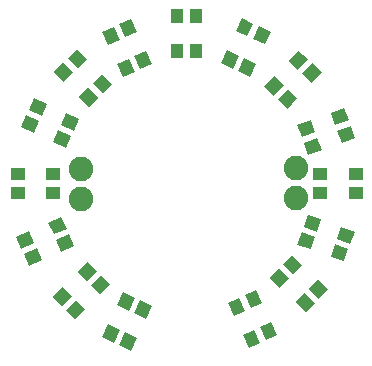
<source format=gbs>
G75*
%MOIN*%
%OFA0B0*%
%FSLAX24Y24*%
%IPPOS*%
%LPD*%
%AMOC8*
5,1,8,0,0,1.08239X$1,22.5*
%
%ADD10R,0.0474X0.0434*%
%ADD11R,0.0434X0.0474*%
%ADD12C,0.0820*%
D10*
G36*
X003163Y003298D02*
X002828Y002963D01*
X002521Y003270D01*
X002856Y003605D01*
X003163Y003298D01*
G37*
G36*
X003609Y002852D02*
X003274Y002517D01*
X002967Y002824D01*
X003302Y003159D01*
X003609Y002852D01*
G37*
G36*
X004444Y003688D02*
X004109Y003353D01*
X003802Y003660D01*
X004137Y003995D01*
X004444Y003688D01*
G37*
G36*
X005259Y003231D02*
X005059Y002802D01*
X004667Y002985D01*
X004867Y003414D01*
X005259Y003231D01*
G37*
G36*
X005829Y002964D02*
X005629Y002535D01*
X005237Y002718D01*
X005437Y003147D01*
X005829Y002964D01*
G37*
G36*
X005330Y001894D02*
X005130Y001465D01*
X004738Y001648D01*
X004938Y002077D01*
X005330Y001894D01*
G37*
G36*
X004759Y002160D02*
X004559Y001731D01*
X004167Y001914D01*
X004367Y002343D01*
X004759Y002160D01*
G37*
G36*
X003999Y004133D02*
X003664Y003798D01*
X003357Y004105D01*
X003692Y004440D01*
X003999Y004133D01*
G37*
G36*
X003250Y004960D02*
X002818Y004767D01*
X002642Y005162D01*
X003074Y005355D01*
X003250Y004960D01*
G37*
G36*
X002993Y005536D02*
X002561Y005343D01*
X002385Y005738D01*
X002817Y005931D01*
X002993Y005536D01*
G37*
G36*
X002171Y004480D02*
X001739Y004287D01*
X001563Y004682D01*
X001995Y004875D01*
X002171Y004480D01*
G37*
G36*
X001914Y005055D02*
X001482Y004862D01*
X001306Y005257D01*
X001738Y005450D01*
X001914Y005055D01*
G37*
X001372Y006731D03*
X001372Y007361D03*
X002554Y007361D03*
X002554Y006731D03*
G36*
X002968Y008226D02*
X002539Y008426D01*
X002722Y008818D01*
X003151Y008618D01*
X002968Y008226D01*
G37*
G36*
X003235Y008797D02*
X002806Y008997D01*
X002989Y009389D01*
X003418Y009189D01*
X003235Y008797D01*
G37*
G36*
X003751Y009600D02*
X003416Y009935D01*
X003723Y010242D01*
X004058Y009907D01*
X003751Y009600D01*
G37*
G36*
X004196Y010046D02*
X003861Y010381D01*
X004168Y010688D01*
X004503Y010353D01*
X004196Y010046D01*
G37*
G36*
X004870Y010583D02*
X004670Y011012D01*
X005062Y011195D01*
X005262Y010766D01*
X004870Y010583D01*
G37*
G36*
X005441Y010849D02*
X005241Y011278D01*
X005633Y011461D01*
X005833Y011032D01*
X005441Y010849D01*
G37*
G36*
X004371Y011654D02*
X004171Y012083D01*
X004563Y012266D01*
X004763Y011837D01*
X004371Y011654D01*
G37*
G36*
X004942Y011920D02*
X004742Y012349D01*
X005134Y012532D01*
X005334Y012103D01*
X004942Y011920D01*
G37*
G36*
X003361Y010881D02*
X003026Y011216D01*
X003333Y011523D01*
X003668Y011188D01*
X003361Y010881D01*
G37*
G36*
X002915Y010435D02*
X002580Y010770D01*
X002887Y011077D01*
X003222Y010742D01*
X002915Y010435D01*
G37*
G36*
X002164Y009297D02*
X001735Y009497D01*
X001918Y009889D01*
X002347Y009689D01*
X002164Y009297D01*
G37*
G36*
X001898Y008726D02*
X001469Y008926D01*
X001652Y009318D01*
X002081Y009118D01*
X001898Y008726D01*
G37*
G36*
X008132Y011056D02*
X008332Y011485D01*
X008724Y011302D01*
X008524Y010873D01*
X008132Y011056D01*
G37*
G36*
X008703Y010790D02*
X008903Y011219D01*
X009295Y011036D01*
X009095Y010607D01*
X008703Y010790D01*
G37*
G36*
X009589Y010264D02*
X009911Y010610D01*
X010229Y010314D01*
X009907Y009968D01*
X009589Y010264D01*
G37*
G36*
X010049Y009835D02*
X010371Y010181D01*
X010689Y009885D01*
X010367Y009539D01*
X010049Y009835D01*
G37*
G36*
X010689Y008990D02*
X011133Y009152D01*
X011281Y008746D01*
X010837Y008584D01*
X010689Y008990D01*
G37*
G36*
X010905Y008398D02*
X011349Y008560D01*
X011497Y008154D01*
X011053Y007992D01*
X010905Y008398D01*
G37*
X011451Y007357D03*
X011451Y006727D03*
G36*
X011045Y006005D02*
X011489Y005843D01*
X011341Y005437D01*
X010897Y005599D01*
X011045Y006005D01*
G37*
G36*
X010829Y005413D02*
X011273Y005251D01*
X011125Y004845D01*
X010681Y005007D01*
X010829Y005413D01*
G37*
G36*
X010510Y004664D02*
X010850Y004336D01*
X010548Y004024D01*
X010208Y004352D01*
X010510Y004664D01*
G37*
G36*
X010072Y004211D02*
X010412Y003883D01*
X010110Y003571D01*
X009770Y003899D01*
X010072Y004211D01*
G37*
G36*
X009323Y003500D02*
X009523Y003071D01*
X009131Y002888D01*
X008931Y003317D01*
X009323Y003500D01*
G37*
G36*
X008752Y003234D02*
X008952Y002805D01*
X008560Y002622D01*
X008360Y003051D01*
X008752Y003234D01*
G37*
G36*
X009822Y002430D02*
X010022Y002001D01*
X009630Y001818D01*
X009430Y002247D01*
X009822Y002430D01*
G37*
G36*
X009251Y002164D02*
X009451Y001735D01*
X009059Y001552D01*
X008859Y001981D01*
X009251Y002164D01*
G37*
G36*
X010922Y003390D02*
X011262Y003062D01*
X010960Y002750D01*
X010620Y003078D01*
X010922Y003390D01*
G37*
G36*
X011359Y003843D02*
X011699Y003515D01*
X011397Y003203D01*
X011057Y003531D01*
X011359Y003843D01*
G37*
G36*
X011939Y005009D02*
X012383Y004847D01*
X012235Y004441D01*
X011791Y004603D01*
X011939Y005009D01*
G37*
G36*
X012155Y005601D02*
X012599Y005439D01*
X012451Y005033D01*
X012007Y005195D01*
X012155Y005601D01*
G37*
X012632Y006727D03*
X012632Y007357D03*
G36*
X012015Y008802D02*
X012459Y008964D01*
X012607Y008558D01*
X012163Y008396D01*
X012015Y008802D01*
G37*
G36*
X011799Y009394D02*
X012243Y009556D01*
X012391Y009150D01*
X011947Y008988D01*
X011799Y009394D01*
G37*
G36*
X010855Y010698D02*
X011177Y011044D01*
X011495Y010748D01*
X011173Y010402D01*
X010855Y010698D01*
G37*
G36*
X010394Y011128D02*
X010716Y011474D01*
X011034Y011178D01*
X010712Y010832D01*
X010394Y011128D01*
G37*
G36*
X009202Y011860D02*
X009402Y012289D01*
X009794Y012106D01*
X009594Y011677D01*
X009202Y011860D01*
G37*
G36*
X008631Y012126D02*
X008831Y012555D01*
X009223Y012372D01*
X009023Y011943D01*
X008631Y012126D01*
G37*
D11*
X007313Y012624D03*
X006683Y012624D03*
X006683Y011443D03*
X007313Y011443D03*
D12*
X010656Y007542D03*
X010656Y006542D03*
X003459Y006534D03*
X003459Y007534D03*
M02*

</source>
